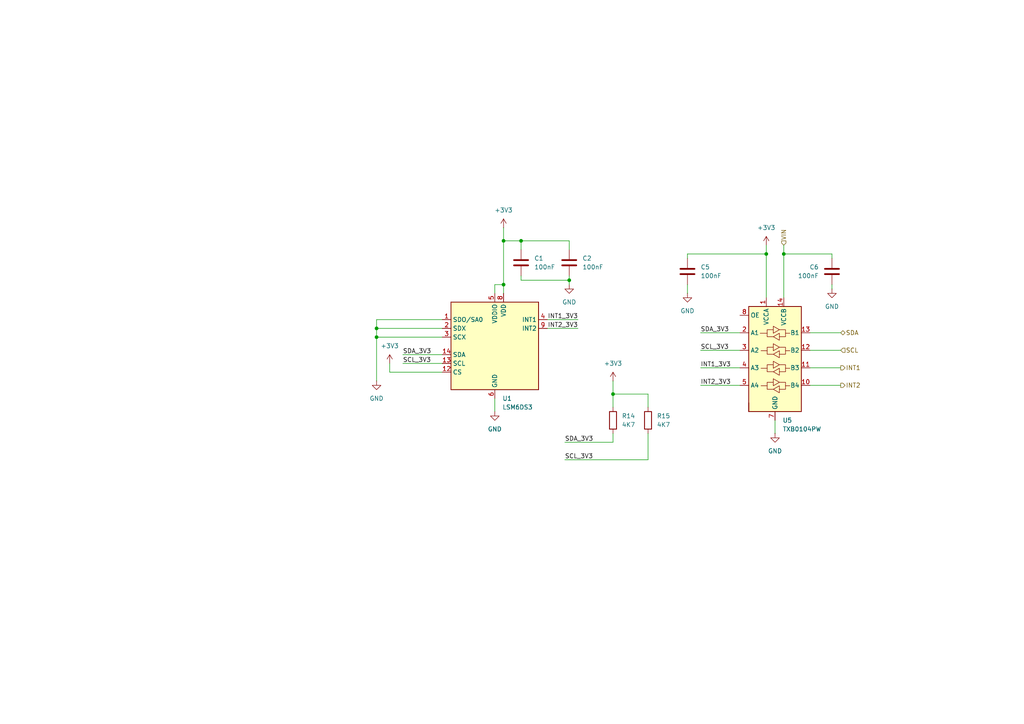
<source format=kicad_sch>
(kicad_sch (version 20231120) (generator "eeschema") (generator_version "8.0")
  (paper "A4")
  (title_block (date "mar. 31 mars 2015"))
  (lib_symbols
    (symbol "Device:C" (pin_numbers hide) (pin_names (offset 0.254))
      (property "Reference" "C" (at 0.635 2.54 0))
      (property "Value" "C" (at 0.635 -2.54 0))
      (symbol "C_0_1"
        (polyline (pts (xy -2.032 -0.762) (xy 2.032 -0.762)) (stroke (width 0.508)))
        (polyline (pts (xy -2.032 0.762) (xy 2.032 0.762)) (stroke (width 0.508)))
      )
      (symbol "C_1_1"
        (pin passive line (at 0 3.81 270) (length 2.794) (name "~") (number "1"))
        (pin passive line (at 0 -3.81 90) (length 2.794) (name "~") (number "2"))
      )
    )
    (symbol "Device:R" (pin_numbers hide) (pin_names (offset 0))
      (property "Reference" "R" (at 2.032 0 90))
      (property "Value" "R" (at 0 0 90))
      (symbol "R_0_1"
        (rectangle (start -1.016 -2.54) (end 1.016 2.54) (stroke (width 0.254)))
      )
      (symbol "R_1_1"
        (pin passive line (at 0 3.81 270) (length 1.27) (name "~") (number "1"))
        (pin passive line (at 0 -3.81 90) (length 1.27) (name "~") (number "2"))
      )
    )
    (symbol "Logic_LevelTranslator:TXB0104PW"
      (property "Reference" "U" (at -6.35 16.51 0))
      (property "Value" "TXB0104PW" (at 3.81 16.51 0))
      (symbol "TXB0104PW_0_1"
        (rectangle (start -7.62 -15.24) (end -7.62 -12.7) (stroke (width 0.254)))
        (rectangle (start -7.62 15.24) (end 7.62 -15.24) (stroke (width 0.254)) (fill (type background)))
        (polyline (pts (xy -2.286 -7.747) (xy -2.286 -6.731) (xy -0.508 -6.731)))
        (polyline (pts (xy -2.286 -2.667) (xy -2.286 -1.651) (xy -0.508 -1.651)))
        (polyline (pts (xy -2.286 2.413) (xy -2.286 3.429) (xy -0.508 3.429)))
        (polyline (pts (xy -2.286 7.493) (xy -2.286 8.509) (xy -0.508 8.509)))
        (polyline (pts (xy 3.048 -7.747) (xy 3.048 -8.763) (xy 1.27 -8.763)))
        (polyline (pts (xy 3.048 -2.667) (xy 3.048 -3.683) (xy 1.27 -3.683)))
        (polyline (pts (xy 3.048 2.413) (xy 3.048 1.397) (xy 1.27 1.397)))
        (polyline (pts (xy 3.048 7.493) (xy 3.048 6.477) (xy 1.27 6.477)))
        (polyline (pts (xy -0.508 -8.763) (xy -2.286 -8.763) (xy -2.286 -7.747) (xy -4.064 -7.747)))
        (polyline (pts (xy -0.508 -8.763) (xy 1.27 -7.747) (xy 1.27 -9.779) (xy -0.508 -8.763)))
        (polyline (pts (xy -0.508 -3.683) (xy -2.286 -3.683) (xy -2.286 -2.667) (xy -4.064 -2.667)))
        (polyline (pts (xy -0.508 -3.683) (xy 1.27 -2.667) (xy 1.27 -4.699) (xy -0.508 -3.683)))
        (polyline (pts (xy -0.508 1.397) (xy -2.286 1.397) (xy -2.286 2.413) (xy -4.064 2.413)))
        (polyline (pts (xy -0.508 1.397) (xy 1.27 2.413) (xy 1.27 0.381) (xy -0.508 1.397)))
        (polyline (pts (xy -0.508 6.477) (xy -2.286 6.477) (xy -2.286 7.493) (xy -4.318 7.493)))
        (polyline (pts (xy -0.508 6.477) (xy 1.27 7.493) (xy 1.27 5.461) (xy -0.508 6.477)))
        (polyline (pts (xy 1.27 -6.731) (xy -0.508 -7.747) (xy -0.508 -5.715) (xy 1.27 -6.731)))
        (polyline (pts (xy 1.27 -6.731) (xy 3.048 -6.731) (xy 3.048 -7.747) (xy 4.318 -7.747)))
        (polyline (pts (xy 1.27 -1.651) (xy -0.508 -2.667) (xy -0.508 -0.635) (xy 1.27 -1.651)))
        (polyline (pts (xy 1.27 -1.651) (xy 3.048 -1.651) (xy 3.048 -2.667) (xy 4.318 -2.667)))
        (polyline (pts (xy 1.27 3.429) (xy -0.508 2.413) (xy -0.508 4.445) (xy 1.27 3.429)))
        (polyline (pts (xy 1.27 3.429) (xy 3.048 3.429) (xy 3.048 2.413) (xy 4.318 2.413)))
        (polyline (pts (xy 1.27 8.509) (xy -0.508 7.493) (xy -0.508 9.525) (xy 1.27 8.509)))
        (polyline (pts (xy 1.27 8.509) (xy 3.048 8.509) (xy 3.048 7.493) (xy 4.318 7.493)))
      )
      (symbol "TXB0104PW_1_1"
        (pin power_in line (at -2.54 17.78 270) (length 2.54) (name "VCCA") (number "1"))
        (pin bidirectional line (at 10.16 -7.62 180) (length 2.54) (name "B4") (number "10"))
        (pin bidirectional line (at 10.16 -2.54 180) (length 2.54) (name "B3") (number "11"))
        (pin bidirectional line (at 10.16 2.54 180) (length 2.54) (name "B2") (number "12"))
        (pin bidirectional line (at 10.16 7.62 180) (length 2.54) (name "B1") (number "13"))
        (pin power_in line (at 2.54 17.78 270) (length 2.54) (name "VCCB") (number "14"))
        (pin bidirectional line (at -10.16 7.62 0) (length 2.54) (name "A1") (number "2"))
        (pin bidirectional line (at -10.16 2.54 0) (length 2.54) (name "A2") (number "3"))
        (pin bidirectional line (at -10.16 -2.54 0) (length 2.54) (name "A3") (number "4"))
        (pin bidirectional line (at -10.16 -7.62 0) (length 2.54) (name "A4") (number "5"))
        (pin no_connect line (at -7.62 -12.7 0) (length 2.54) hide (name "NC") (number "6"))
        (pin power_in line (at 0 -17.78 90) (length 2.54) (name "GND") (number "7"))
        (pin input line (at -10.16 12.7 0) (length 2.54) (name "OE") (number "8"))
        (pin no_connect line (at 7.62 -12.7 180) (length 2.54) hide (name "NC") (number "9"))
      )
    )
    (symbol "Sensor_Motion:LSM6DS3"
      (property "Reference" "U" (at -11.43 15.24 0))
      (property "Value" "LSM6DS3" (at -11.43 12.7 0))
      (symbol "LSM6DS3_0_1"
        (rectangle (start -12.7 12.7) (end 12.7 -12.7) (stroke (width 0.254)) (fill (type background)))
      )
      (symbol "LSM6DS3_1_1"
        (pin bidirectional line (at -15.24 7.62 0) (length 2.54) (name "SDO/SA0") (number "1"))
        (pin no_connect line (at 12.7 -5.08 180) (length 3.81) hide (name "NC") (number "10"))
        (pin no_connect line (at 12.7 -2.54 180) (length 3.81) hide (name "NC") (number "11"))
        (pin input line (at -15.24 -7.62 0) (length 2.54) (name "CS") (number "12"))
        (pin input line (at -15.24 -5.08 0) (length 2.54) (name "SCL") (number "13"))
        (pin bidirectional line (at -15.24 -2.54 0) (length 2.54) (name "SDA") (number "14"))
        (pin bidirectional line (at -15.24 5.08 0) (length 2.54) (name "SDX") (number "2"))
        (pin input line (at -15.24 2.54 0) (length 2.54) (name "SCX") (number "3"))
        (pin output line (at 15.24 7.62 180) (length 2.54) (name "INT1") (number "4"))
        (pin power_in line (at 0 15.24 270) (length 2.54) (name "VDDIO") (number "5"))
        (pin power_in line (at 0 -15.24 90) (length 2.54) (name "GND") (number "6"))
        (pin passive line (at 0 -15.24 90) (length 2.54) hide (name "GND") (number "7"))
        (pin power_in line (at 2.54 15.24 270) (length 2.54) (name "VDD") (number "8"))
        (pin output line (at 15.24 5.08 180) (length 2.54) (name "INT2") (number "9"))
      )
    )
    (symbol "power:+3V3" (power) (pin_numbers hide) (pin_names (offset 0) hide)
      (property "Value" "+3V3" (at 0 3.556 0))
      (symbol "+3V3_0_1"
        (polyline (pts (xy -0.762 1.27) (xy 0 2.54)))
        (polyline (pts (xy 0 0) (xy 0 2.54)))
        (polyline (pts (xy 0 2.54) (xy 0.762 1.27)))
      )
      (symbol "+3V3_1_1"
        (pin power_in line (at 0 0 90) (length 0) (name "~") (number "1"))
      )
    )
    (symbol "power:GND" (power) (pin_numbers hide) (pin_names (offset 0) hide)
      (property "Value" "GND" (at 0 -3.81 0))
      (symbol "GND_0_1"
        (polyline (pts (xy 0 0) (xy 0 -1.27) (xy 1.27 -1.27) (xy 0 -2.54) (xy -1.27 -1.27) (xy 0 -1.27)))
      )
      (symbol "GND_1_1"
        (pin power_in line (at 0 0 270) (length 0) (name "~") (number "1"))
      )
    )
  )
  (junction (at 109.22 95.25))
  (junction (at 151.13 69.85))
  (junction (at 146.05 82.55))
  (junction (at 146.05 69.85))
  (junction (at 227.33 73.66))
  (junction (at 165.1 81.28))
  (junction (at 109.22 97.79))
  (junction (at 222.25 73.66))
  (junction (at 177.8 114.3))
  (wire (pts (xy 146.05 82.55) (xy 146.05 85.09)))
  (wire (pts (xy 177.8 114.3) (xy 177.8 118.11)))
  (wire (pts (xy 163.83 128.27) (xy 177.8 128.27)))
  (wire (pts (xy 187.96 114.3) (xy 187.96 118.11)))
  (wire (pts (xy 109.22 97.79) (xy 109.22 95.25)))
  (wire (pts (xy 241.3 74.93) (xy 241.3 73.66)))
  (wire (pts (xy 158.75 92.71) (xy 167.64 92.71)))
  (wire (pts (xy 165.1 81.28) (xy 151.13 81.28)))
  (wire (pts (xy 109.22 92.71) (xy 128.27 92.71)))
  (wire (pts (xy 199.39 74.93) (xy 199.39 73.66)))
  (wire (pts (xy 224.79 121.92) (xy 224.79 125.73)))
  (wire (pts (xy 146.05 66.04) (xy 146.05 69.85)))
  (wire (pts (xy 109.22 95.25) (xy 109.22 92.71)))
  (wire (pts (xy 143.51 82.55) (xy 143.51 85.09)))
  (wire (pts (xy 113.03 105.41) (xy 113.03 107.95)))
  (wire (pts (xy 109.22 95.25) (xy 128.27 95.25)))
  (wire (pts (xy 116.84 105.41) (xy 128.27 105.41)))
  (wire (pts (xy 151.13 69.85) (xy 165.1 69.85)))
  (wire (pts (xy 243.84 101.6) (xy 234.95 101.6)))
  (wire (pts (xy 199.39 73.66) (xy 222.25 73.66)))
  (wire (pts (xy 243.84 96.52) (xy 234.95 96.52)))
  (wire (pts (xy 151.13 72.39) (xy 151.13 69.85)))
  (wire (pts (xy 241.3 73.66) (xy 227.33 73.66)))
  (wire (pts (xy 234.95 106.68) (xy 243.84 106.68)))
  (wire (pts (xy 187.96 133.35) (xy 187.96 125.73)))
  (wire (pts (xy 227.33 71.12) (xy 227.33 73.66)))
  (wire (pts (xy 234.95 111.76) (xy 243.84 111.76)))
  (wire (pts (xy 177.8 125.73) (xy 177.8 128.27)))
  (wire (pts (xy 227.33 73.66) (xy 227.33 86.36)))
  (wire (pts (xy 109.22 97.79) (xy 128.27 97.79)))
  (wire (pts (xy 177.8 110.49) (xy 177.8 114.3)))
  (wire (pts (xy 241.3 82.55) (xy 241.3 83.82)))
  (wire (pts (xy 143.51 115.57) (xy 143.51 119.38)))
  (wire (pts (xy 222.25 73.66) (xy 222.25 86.36)))
  (wire (pts (xy 151.13 81.28) (xy 151.13 80.01)))
  (wire (pts (xy 165.1 80.01) (xy 165.1 81.28)))
  (wire (pts (xy 163.83 133.35) (xy 187.96 133.35)))
  (wire (pts (xy 146.05 82.55) (xy 143.51 82.55)))
  (wire (pts (xy 203.2 111.76) (xy 214.63 111.76)))
  (wire (pts (xy 165.1 69.85) (xy 165.1 72.39)))
  (wire (pts (xy 177.8 114.3) (xy 187.96 114.3)))
  (wire (pts (xy 203.2 106.68) (xy 214.63 106.68)))
  (wire (pts (xy 203.2 96.52) (xy 214.63 96.52)))
  (wire (pts (xy 203.2 101.6) (xy 214.63 101.6)))
  (wire (pts (xy 113.03 107.95) (xy 128.27 107.95)))
  (wire (pts (xy 151.13 69.85) (xy 146.05 69.85)))
  (wire (pts (xy 116.84 102.87) (xy 128.27 102.87)))
  (wire (pts (xy 199.39 82.55) (xy 199.39 85.09)))
  (wire (pts (xy 158.75 95.25) (xy 167.64 95.25)))
  (wire (pts (xy 222.25 71.12) (xy 222.25 73.66)))
  (wire (pts (xy 109.22 110.49) (xy 109.22 97.79)))
  (wire (pts (xy 165.1 81.28) (xy 165.1 82.55)))
  (wire (pts (xy 146.05 69.85) (xy 146.05 82.55)))
  (label "SCL_3V3" (at 203.2 101.6 0))
  (label "SCL_3V3" (at 116.84 105.41 0))
  (label "INT2_3V3" (at 203.2 111.76 0))
  (label "INT1_3V3" (at 167.64 92.71 180))
  (label "SCL_3V3" (at 163.83 133.35 0))
  (label "INT2_3V3" (at 167.64 95.25 180))
  (label "INT1_3V3" (at 203.2 106.68 0))
  (label "SDA_3V3" (at 163.83 128.27 0))
  (label "SDA_3V3" (at 116.84 102.87 0))
  (label "SDA_3V3" (at 203.2 96.52 0))
  (hierarchical_label "SCL" (shape input) (at 243.84 101.6 0))
  (hierarchical_label "SDA" (shape bidirectional) (at 243.84 96.52 0))
  (hierarchical_label "VIN" (shape input) (at 227.33 71.12 90))
  (hierarchical_label "INT1" (shape output) (at 243.84 106.68 0))
  (hierarchical_label "INT2" (shape output) (at 243.84 111.76 0))
  (symbol (lib_id "power:+3V3") (at 177.8 110.49 0) (unit 1)
    (property "Reference" "#PWR028" (effects (hide yes)))
    (property "Value" "+3V3" (at 177.8 105.41 0))
    (property "Description" "Power symbol creates a global label with name \"+3V3\"" (effects (hide yes)))
  )
  (symbol (lib_id "Device:C") (at 165.1 76.2 0) (unit 1)
    (property "Reference" "C2" (at 168.91 74.9299 0) (effects (justify left)))
    (property "Value" "100nF" (at 168.91 77.4699 0) (effects (justify left)))
    (property "Footprint" "Capacitor_SMD:C_0603_1608Metric" (effects (hide yes)))
    (property "Datasheet" "https://www.lcsc.com/datasheet/lcsc_datasheet_2304140030_Samsung-Electro-Mechanics-CL10B104KB8NNNC_C1591.pdf" (effects (hide yes)))
    (property "Description" "Unpolarized capacitor" (effects (hide yes)))
    (property "MPN" "CL10B104KB8NNNC" (effects (hide yes)))
  )
  (symbol (lib_id "Device:R") (at 187.96 121.92 0) (unit 1)
    (property "Reference" "R15" (at 190.5 120.6499 0) (effects (justify left)))
    (property "Value" "4K7" (at 190.5 123.1899 0) (effects (justify left)))
    (property "Footprint" "Resistor_SMD:R_0603_1608Metric" (effects (hide yes)))
    (property "Datasheet" "https://www.lcsc.com/datasheet/lcsc_datasheet_2206010116_UNI-ROYAL-Uniroyal-Elec-0603WAF4701T5E_C23162.pdf" (effects (hide yes)))
    (property "Description" "Resistor" (effects (hide yes)))
    (property "MPN" "0603WAF4701T5E" (effects (hide yes)))
  )
  (symbol (lib_id "Device:C") (at 199.39 78.74 0) (unit 1)
    (property "Reference" "C5" (at 203.2 77.4699 0) (effects (justify left)))
    (property "Value" "100nF" (at 203.2 80.0099 0) (effects (justify left)))
    (property "Footprint" "Capacitor_SMD:C_0603_1608Metric" (effects (hide yes)))
    (property "Datasheet" "https://www.lcsc.com/datasheet/lcsc_datasheet_2304140030_Samsung-Electro-Mechanics-CL10B104KB8NNNC_C1591.pdf" (effects (hide yes)))
    (property "Description" "Unpolarized capacitor" (effects (hide yes)))
    (property "MPN" "CL10B104KB8NNNC" (effects (hide yes)))
  )
  (symbol (lib_id "Sensor_Motion:LSM6DS3") (at 143.51 100.33 0) (unit 1)
    (property "Reference" "U1" (at 145.7041 115.57 0) (effects (justify left)))
    (property "Value" "LSM6DS3" (at 145.7041 118.11 0) (effects (justify left)))
    (property "Footprint" "Package_LGA:LGA-14_3x2.5mm_P0.5mm_LayoutBorder3x4y" (effects (hide yes)))
    (property "Datasheet" "https://www.st.com/resource/en/datasheet/lsm6ds3tr-c.pdf" (effects (hide yes)))
    (property "Description" "I2C/SPI, iNEMO inertial module: always-on 3D accelerometer and 3D gyroscope" (effects (hide yes)))
    (property "MPN" "LSM6DS3TR-C" (effects (hide yes)))
  )
  (symbol (lib_id "power:GND") (at 143.51 119.38 0) (unit 1)
    (property "Reference" "#PWR010" (effects (hide yes)))
    (property "Value" "GND" (at 143.51 124.46 0))
    (property "Description" "Power symbol creates a global label with name \"GND\" , ground" (effects (hide yes)))
  )
  (symbol (lib_id "power:GND") (at 224.79 125.73 0) (unit 1)
    (property "Reference" "#PWR020" (effects (hide yes)))
    (property "Value" "GND" (at 224.79 130.81 0))
    (property "Description" "Power symbol creates a global label with name \"GND\" , ground" (effects (hide yes)))
  )
  (symbol (lib_id "power:+3V3") (at 113.03 105.41 0) (unit 1)
    (property "Reference" "#PWR09" (effects (hide yes)))
    (property "Value" "+3V3" (at 113.03 100.33 0))
    (property "Description" "Power symbol creates a global label with name \"+3V3\"" (effects (hide yes)))
  )
  (symbol (lib_id "Device:C") (at 241.3 78.74 0) (mirror y) (unit 1)
    (property "Reference" "C6" (at 237.49 77.4699 0) (effects (justify left)))
    (property "Value" "100nF" (at 237.49 80.0099 0) (effects (justify left)))
    (property "Footprint" "Capacitor_SMD:C_0603_1608Metric" (effects (hide yes)))
    (property "Datasheet" "https://www.lcsc.com/datasheet/lcsc_datasheet_2304140030_Samsung-Electro-Mechanics-CL10B104KB8NNNC_C1591.pdf" (effects (hide yes)))
    (property "Description" "Unpolarized capacitor" (effects (hide yes)))
    (property "MPN" "CL10B104KB8NNNC" (effects (hide yes)))
  )
  (symbol (lib_id "Device:C") (at 151.13 76.2 0) (unit 1)
    (property "Reference" "C1" (at 154.94 74.9299 0) (effects (justify left)))
    (property "Value" "100nF" (at 154.94 77.4699 0) (effects (justify left)))
    (property "Footprint" "Capacitor_SMD:C_0603_1608Metric" (effects (hide yes)))
    (property "Datasheet" "https://www.lcsc.com/datasheet/lcsc_datasheet_2304140030_Samsung-Electro-Mechanics-CL10B104KB8NNNC_C1591.pdf" (effects (hide yes)))
    (property "Description" "Unpolarized capacitor" (effects (hide yes)))
    (property "MPN" "CL10B104KB8NNNC" (effects (hide yes)))
  )
  (symbol (lib_id "Logic_LevelTranslator:TXB0104PW") (at 224.79 104.14 0) (unit 1)
    (property "Reference" "U5" (at 226.9841 121.92 0) (effects (justify left)))
    (property "Value" "TXB0104PW" (at 226.9841 124.46 0) (effects (justify left)))
    (property "Footprint" "Package_SO:SOIC-14_3.9x8.7mm_P1.27mm" (effects (hide yes)))
    (property "Datasheet" "http://www.ti.com/lit/ds/symlink/txb0104.pdf" (effects (hide yes)))
    (property "Description" "4-Bit Bidirectional Voltage-Level Translator, Auto Direction Sensing and ±15-kV ESD Protection, 1.2 - 3.6V APort, 1.65 - 5.5V BPort, TSSOP-14" (effects (hide yes)))
    (property "MPN" "TXB0104PWR" (effects (hide yes)))
  )
  (symbol (lib_id "power:GND") (at 165.1 82.55 0) (unit 1)
    (property "Reference" "#PWR07" (effects (hide yes)))
    (property "Value" "GND" (at 165.1 87.63 0))
    (property "Description" "Power symbol creates a global label with name \"GND\" , ground" (effects (hide yes)))
  )
  (symbol (lib_id "power:+3V3") (at 222.25 71.12 0) (unit 1)
    (property "Reference" "#PWR011" (effects (hide yes)))
    (property "Value" "+3V3" (at 222.25 66.04 0))
    (property "Description" "Power symbol creates a global label with name \"+3V3\"" (effects (hide yes)))
  )
  (symbol (lib_id "power:+3V3") (at 146.05 66.04 0) (unit 1)
    (property "Reference" "#PWR06" (effects (hide yes)))
    (property "Value" "+3V3" (at 146.05 60.96 0))
    (property "Description" "Power symbol creates a global label with name \"+3V3\"" (effects (hide yes)))
  )
  (symbol (lib_id "power:GND") (at 109.22 110.49 0) (unit 1)
    (property "Reference" "#PWR08" (effects (hide yes)))
    (property "Value" "GND" (at 109.22 115.57 0))
    (property "Description" "Power symbol creates a global label with name \"GND\" , ground" (effects (hide yes)))
  )
  (symbol (lib_id "power:GND") (at 241.3 83.82 0) (mirror y) (unit 1)
    (property "Reference" "#PWR018" (effects (hide yes)))
    (property "Value" "GND" (at 241.3 88.9 0))
    (property "Description" "Power symbol creates a global label with name \"GND\" , ground" (effects (hide yes)))
  )
  (symbol (lib_id "power:GND") (at 199.39 85.09 0) (unit 1)
    (property "Reference" "#PWR016" (effects (hide yes)))
    (property "Value" "GND" (at 199.39 90.17 0))
    (property "Description" "Power symbol creates a global label with name \"GND\" , ground" (effects (hide yes)))
  )
  (symbol (lib_id "Device:R") (at 177.8 121.92 0) (unit 1)
    (property "Reference" "R14" (at 180.34 120.6499 0) (effects (justify left)))
    (property "Value" "4K7" (at 180.34 123.1899 0) (effects (justify left)))
    (property "Footprint" "Resistor_SMD:R_0603_1608Metric" (effects (hide yes)))
    (property "Datasheet" "https://www.lcsc.com/datasheet/lcsc_datasheet_2206010116_UNI-ROYAL-Uniroyal-Elec-0603WAF4701T5E_C23162.pdf" (effects (hide yes)))
    (property "Description" "Resistor" (effects (hide yes)))
    (property "MPN" "0603WAF4701T5E" (effects (hide yes)))
  )
)
</source>
